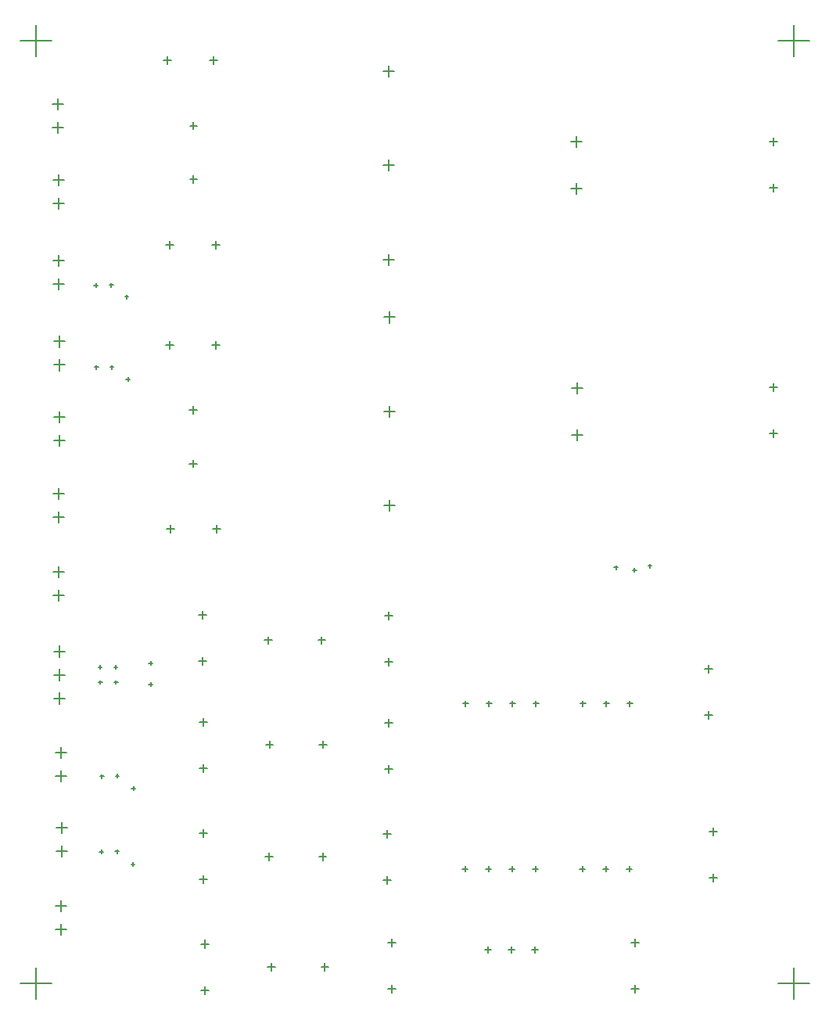
<source format=gbr>
G04 Layer_Color=128*
%FSLAX45Y45*%
%MOMM*%
%TF.FileFunction,Drillmap*%
%TF.Part,Single*%
G01*
G75*
%TA.AperFunction,NonConductor*%
%ADD49C,0.12700*%
D49*
X4167500Y6590000D02*
X4287500D01*
X4227500Y6530000D02*
Y6650000D01*
X4167500Y5570000D02*
X4287500D01*
X4227500Y5510000D02*
Y5630000D01*
X4167500Y7610000D02*
X4287500D01*
X4227500Y7550000D02*
Y7670000D01*
X6197500Y6335000D02*
X6317500D01*
X6257500Y6275000D02*
Y6395000D01*
X6197500Y6844999D02*
X6317500D01*
X6257500Y6784999D02*
Y6904999D01*
X8430000Y10600000D02*
X8770000D01*
X8600000Y10430000D02*
Y10770000D01*
X8430000Y400000D02*
X8770000D01*
X8600000Y230000D02*
Y570000D01*
X230000Y400000D02*
X570000D01*
X400000Y230000D02*
Y570000D01*
X230000Y10600000D02*
X570000D01*
X400000Y10430000D02*
Y10770000D01*
X4157500Y9255000D02*
X4277500D01*
X4217500Y9195000D02*
Y9315000D01*
X4157500Y8235000D02*
X4277499D01*
X4217500Y8175000D02*
Y8295000D01*
X4157500Y10275000D02*
X4277499D01*
X4217500Y10215000D02*
Y10335000D01*
X6187500Y9000000D02*
X6307500D01*
X6247500Y8940000D02*
Y9060000D01*
X6187500Y9510000D02*
X6307500D01*
X6247500Y9450000D02*
Y9570000D01*
X5015999Y1640000D02*
X5075999D01*
X5045999Y1610000D02*
Y1670000D01*
X5270000Y1640000D02*
X5330000D01*
X5300000Y1610000D02*
Y1670000D01*
X5524000Y1640000D02*
X5584000D01*
X5554000Y1610000D02*
Y1670000D01*
X5778000Y1640000D02*
X5838000D01*
X5808000Y1610000D02*
Y1670000D01*
X6286000Y1640000D02*
X6346000D01*
X6316000Y1610000D02*
Y1670000D01*
X6540000Y1640000D02*
X6600000D01*
X6570000Y1610000D02*
Y1670000D01*
X6794000Y1640000D02*
X6854000D01*
X6824000Y1610000D02*
Y1670000D01*
X5766000Y765000D02*
X5839000D01*
X5802500Y728500D02*
Y801500D01*
X5512000Y765000D02*
X5585000D01*
X5548500Y728500D02*
Y801500D01*
X5258000Y765000D02*
X5331000D01*
X5294500Y728500D02*
Y801500D01*
X4212500Y342500D02*
X4297500D01*
X4255000Y300000D02*
Y385000D01*
X4212500Y842500D02*
X4297500D01*
X4255000Y800000D02*
Y885000D01*
X2882500Y1770000D02*
X2962500D01*
X2922500Y1730000D02*
Y1810000D01*
X3462500Y1770000D02*
X3542500D01*
X3502500Y1730000D02*
Y1810000D01*
X2170000Y1525000D02*
X2255000D01*
X2212500Y1482500D02*
Y1567500D01*
X2170000Y2025001D02*
X2255000D01*
X2212500Y1982500D02*
Y2067501D01*
X2165001Y2729999D02*
X2250001D01*
X2207501Y2687499D02*
Y2772499D01*
X2165001Y3230000D02*
X2250001D01*
X2207501Y3187500D02*
Y3272500D01*
X8340000Y6350000D02*
X8425000D01*
X8382500Y6307500D02*
Y6392500D01*
X8340000Y6850000D02*
X8425000D01*
X8382500Y6807500D02*
Y6892500D01*
X2062500Y6025001D02*
X2142500D01*
X2102500Y5985001D02*
Y6065001D01*
X2062500Y6605000D02*
X2142500D01*
X2102500Y6565000D02*
Y6645000D01*
X2065000Y9102500D02*
X2145000D01*
X2105000Y9062501D02*
Y9142500D01*
X2065000Y9682500D02*
X2145000D01*
X2105000Y9642500D02*
Y9722500D01*
X587000Y7970001D02*
X706000D01*
X646500Y7910501D02*
Y8029501D01*
X587000Y8224001D02*
X706000D01*
X646500Y8164501D02*
Y8283501D01*
X5021000Y3427500D02*
X5081000D01*
X5051000Y3397500D02*
Y3457500D01*
X5275000Y3427500D02*
X5335000D01*
X5305000Y3397500D02*
Y3457500D01*
X5529000Y3427500D02*
X5589000D01*
X5559000Y3397500D02*
Y3457500D01*
X5783000Y3427500D02*
X5843000D01*
X5813000Y3397500D02*
Y3457500D01*
X6291000Y3427500D02*
X6351000D01*
X6321000Y3397500D02*
Y3457500D01*
X6545000Y3427500D02*
X6605000D01*
X6575000Y3397500D02*
Y3457500D01*
X6799000Y3427500D02*
X6859000D01*
X6829000Y3397500D02*
Y3457500D01*
X577000Y9662500D02*
X696000D01*
X636500Y9603000D02*
Y9722000D01*
X577000Y9916500D02*
X696000D01*
X636500Y9857000D02*
Y9976000D01*
X585000Y8840500D02*
X704000D01*
X644500Y8781000D02*
Y8900000D01*
X585000Y9094500D02*
X704000D01*
X644500Y9035000D02*
Y9154000D01*
X8340000Y9012500D02*
X8425000D01*
X8382500Y8970000D02*
Y9055000D01*
X8340000Y9512500D02*
X8425000D01*
X8382500Y9470000D02*
Y9555000D01*
X614500Y981001D02*
X733500D01*
X674000Y921501D02*
Y1040501D01*
X614500Y1235001D02*
X733500D01*
X674000Y1175501D02*
Y1294501D01*
X585000Y4598000D02*
X704000D01*
X644500Y4538500D02*
Y4657500D01*
X585000Y4852000D02*
X704000D01*
X644500Y4792500D02*
Y4911500D01*
X587000Y5446000D02*
X706000D01*
X646500Y5386500D02*
Y5505500D01*
X587000Y5700000D02*
X706000D01*
X646500Y5640500D02*
Y5759500D01*
X592500Y6275500D02*
X711500D01*
X652000Y6216000D02*
Y6335000D01*
X592500Y6529500D02*
X711500D01*
X652000Y6470000D02*
Y6589000D01*
X616999Y1828501D02*
X735999D01*
X676499Y1769001D02*
Y1888001D01*
X617000Y2082500D02*
X736000D01*
X676500Y2023000D02*
Y2142000D01*
X2185000Y327500D02*
X2270000D01*
X2227500Y285000D02*
Y370000D01*
X2185000Y827500D02*
X2270000D01*
X2227500Y785000D02*
Y870000D01*
X6842500Y337500D02*
X6927500D01*
X6885000Y295000D02*
Y380000D01*
X6842500Y837500D02*
X6927500D01*
X6885000Y795000D02*
Y880000D01*
X612499Y2643001D02*
X731499D01*
X671999Y2583501D02*
Y2702501D01*
X612499Y2897000D02*
X731499D01*
X671999Y2837500D02*
Y2956500D01*
X4160000Y1520000D02*
X4245000D01*
X4202500Y1477500D02*
Y1562500D01*
X4160000Y2020001D02*
X4245000D01*
X4202500Y1977500D02*
Y2062501D01*
X7687500Y1545000D02*
X7772500D01*
X7730000Y1502500D02*
Y1587500D01*
X7687500Y2045000D02*
X7772500D01*
X7730000Y2002500D02*
Y2087500D01*
X595499Y3486000D02*
X714499D01*
X654999Y3426500D02*
Y3545500D01*
X595499Y3994000D02*
X714499D01*
X654999Y3934500D02*
Y4053500D01*
X595499Y3740000D02*
X714499D01*
X654999Y3680500D02*
Y3799500D01*
X2157500Y3890000D02*
X2242500D01*
X2200000Y3847500D02*
Y3932500D01*
X2157500Y4390000D02*
X2242500D01*
X2200000Y4347500D02*
Y4432500D01*
X3467500Y2985000D02*
X3547500D01*
X3507500Y2945000D02*
Y3025000D01*
X2887500Y2985000D02*
X2967500D01*
X2927500Y2945000D02*
Y3025000D01*
X2872500Y4115000D02*
X2952500D01*
X2912500Y4075000D02*
Y4155000D01*
X3452500Y4115000D02*
X3532500D01*
X3492500Y4075000D02*
Y4155000D01*
X4172500Y2717500D02*
X4257500D01*
X4215000Y2674999D02*
Y2760000D01*
X4172500Y3217500D02*
X4257500D01*
X4215000Y3175000D02*
Y3260000D01*
X4172500Y3877500D02*
X4257500D01*
X4215000Y3835000D02*
Y3920000D01*
X4172500Y4377500D02*
X4257500D01*
X4215000Y4335000D02*
Y4420000D01*
X7637500Y3305000D02*
X7722500D01*
X7680000Y3262500D02*
Y3347500D01*
X7637500Y3805000D02*
X7722500D01*
X7680000Y3762500D02*
Y3847500D01*
X590000Y7093001D02*
X709000D01*
X649500Y7033501D02*
Y7152501D01*
X590000Y7347001D02*
X709000D01*
X649500Y7287501D02*
Y7406501D01*
X1810000Y5320000D02*
X1895000D01*
X1852500Y5277500D02*
Y5362500D01*
X2310000Y5320000D02*
X2395000D01*
X2352500Y5277500D02*
Y5362500D01*
X1802500Y7310000D02*
X1887500D01*
X1845000Y7267500D02*
Y7352500D01*
X2302500Y7310000D02*
X2387500D01*
X2345000Y7267500D02*
Y7352500D01*
X1807500Y8390000D02*
X1892500D01*
X1850000Y8347500D02*
Y8432500D01*
X2307500Y8390000D02*
X2392500D01*
X2350000Y8347500D02*
Y8432500D01*
X1780000Y10390000D02*
X1865000D01*
X1822500Y10347500D02*
Y10432500D01*
X2280001Y10390000D02*
X2365001D01*
X2322501Y10347500D02*
Y10432500D01*
X2907500Y577500D02*
X2987500D01*
X2947500Y537500D02*
Y617500D01*
X3487500Y577500D02*
X3567500D01*
X3527500Y537500D02*
Y617500D01*
X7025000Y4917500D02*
X7065000D01*
X7045000Y4897500D02*
Y4937500D01*
X1030000Y7955000D02*
X1070000D01*
X1050000Y7935000D02*
Y7975000D01*
X1195000Y7957500D02*
X1235000D01*
X1215000Y7937500D02*
Y7977500D01*
X1362500Y7832500D02*
X1402500D01*
X1382500Y7812500D02*
Y7852500D01*
X1035000Y7070000D02*
X1075000D01*
X1055000Y7050000D02*
Y7090000D01*
X1200000Y7070000D02*
X1240000D01*
X1220000Y7050000D02*
Y7090000D01*
X1375000Y6937500D02*
X1415000D01*
X1395000Y6917500D02*
Y6957500D01*
X1077500Y3660000D02*
X1117500D01*
X1097500Y3640000D02*
Y3680000D01*
X1245000Y3660000D02*
X1285000D01*
X1265000Y3640000D02*
Y3680000D01*
X1072500Y3822500D02*
X1112500D01*
X1092500Y3802500D02*
Y3842500D01*
X1242500Y3822500D02*
X1282500D01*
X1262500Y3802500D02*
Y3842500D01*
X1620000Y3865000D02*
X1660000D01*
X1640000Y3845000D02*
Y3885000D01*
X1622500Y3637500D02*
X1662500D01*
X1642500Y3617500D02*
Y3657500D01*
X1435000Y2510000D02*
X1475000D01*
X1455000Y2490000D02*
Y2530000D01*
X1260000Y2645000D02*
X1300000D01*
X1280000Y2625000D02*
Y2665000D01*
X1092500Y2640000D02*
X1132500D01*
X1112500Y2620000D02*
Y2660000D01*
X1087500Y1825000D02*
X1127500D01*
X1107500Y1805000D02*
Y1845000D01*
X1257500Y1827500D02*
X1297500D01*
X1277500Y1807500D02*
Y1847500D01*
X1430000Y1690000D02*
X1470000D01*
X1450000Y1670000D02*
Y1710000D01*
X6657500Y4902500D02*
X6697500D01*
X6677500Y4882500D02*
Y4922500D01*
X6857500Y4872500D02*
X6897500D01*
X6877500Y4852500D02*
Y4892500D01*
%TF.MD5,97f1107efc6db46bb496fc63d5a7286f*%
M02*

</source>
